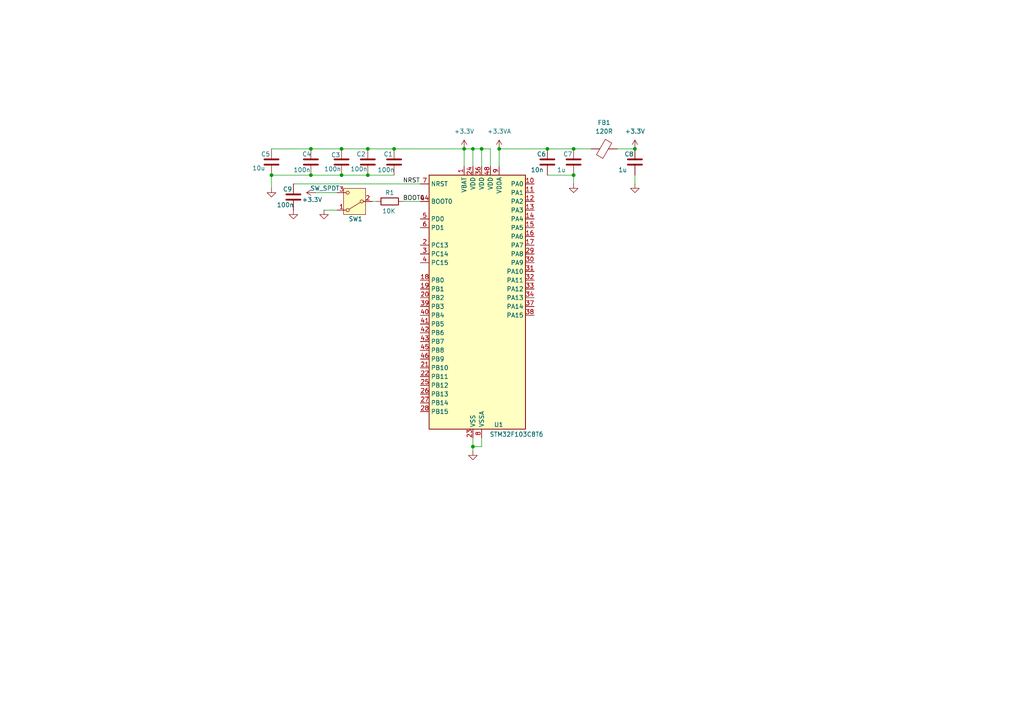
<source format=kicad_sch>
(kicad_sch (version 20231120) (generator "eeschema") (generator_version "8.0")
  (paper "A4")
  (lib_symbols
    (symbol "Device:C" (pin_numbers hide) (pin_names (offset 0.254))
      (property "Reference" "C" (at 0.635 2.54 0))
      (property "Value" "C" (at 0.635 -2.54 0))
      (symbol "C_0_1"
        (polyline (pts (xy -2.032 -0.762) (xy 2.032 -0.762)) (stroke (width 0.508)))
        (polyline (pts (xy -2.032 0.762) (xy 2.032 0.762)) (stroke (width 0.508)))
      )
      (symbol "C_1_1"
        (pin passive line (at 0 3.81 270) (length 2.794) (name "~") (number "1"))
        (pin passive line (at 0 -3.81 90) (length 2.794) (name "~") (number "2"))
      )
    )
    (symbol "Device:FerriteBead" (pin_numbers hide) (pin_names (offset 0))
      (property "Reference" "FB" (at -3.81 0.635 90))
      (property "Value" "FerriteBead" (at 3.81 0 90))
      (symbol "FerriteBead_0_1"
        (polyline (pts (xy 0 -1.27) (xy 0 -1.2192)))
        (polyline (pts (xy 0 1.27) (xy 0 1.2954)))
        (polyline (pts (xy -2.7686 0.4064) (xy -1.7018 2.2606) (xy 2.7686 -0.3048) (xy 1.6764 -2.159) (xy -2.7686 0.4064)))
      )
      (symbol "FerriteBead_1_1"
        (pin passive line (at 0 3.81 270) (length 2.54) (name "~") (number "1"))
        (pin passive line (at 0 -3.81 90) (length 2.54) (name "~") (number "2"))
      )
    )
    (symbol "Device:R" (pin_numbers hide) (pin_names (offset 0))
      (property "Reference" "R" (at 2.032 0 90))
      (property "Value" "R" (at 0 0 90))
      (symbol "R_0_1"
        (rectangle (start -1.016 -2.54) (end 1.016 2.54) (stroke (width 0.254)))
      )
      (symbol "R_1_1"
        (pin passive line (at 0 3.81 270) (length 1.27) (name "~") (number "1"))
        (pin passive line (at 0 -3.81 90) (length 1.27) (name "~") (number "2"))
      )
    )
    (symbol "MCU_ST_STM32F1:STM32F103C8Tx"
      (property "Reference" "U" (at -12.7 39.37 0))
      (property "Value" "STM32F103C8Tx" (at 10.16 39.37 0))
      (symbol "STM32F103C8Tx_0_1"
        (rectangle (start -12.7 -35.56) (end 15.24 38.1) (stroke (width 0.254)) (fill (type background)))
      )
      (symbol "STM32F103C8Tx_1_1"
        (pin power_in line (at -2.54 40.64 270) (length 2.54) (name "VBAT") (number "1"))
        (pin bidirectional line (at 17.78 35.56 180) (length 2.54) (name "PA0") (number "10"))
        (pin bidirectional line (at 17.78 33.02 180) (length 2.54) (name "PA1") (number "11"))
        (pin bidirectional line (at 17.78 30.48 180) (length 2.54) (name "PA2") (number "12"))
        (pin bidirectional line (at 17.78 27.94 180) (length 2.54) (name "PA3") (number "13"))
        (pin bidirectional line (at 17.78 25.4 180) (length 2.54) (name "PA4") (number "14"))
        (pin bidirectional line (at 17.78 22.86 180) (length 2.54) (name "PA5") (number "15"))
        (pin bidirectional line (at 17.78 20.32 180) (length 2.54) (name "PA6") (number "16"))
        (pin bidirectional line (at 17.78 17.78 180) (length 2.54) (name "PA7") (number "17"))
        (pin bidirectional line (at -15.24 7.62 0) (length 2.54) (name "PB0") (number "18"))
        (pin bidirectional line (at -15.24 5.08 0) (length 2.54) (name "PB1") (number "19"))
        (pin bidirectional line (at -15.24 17.78 0) (length 2.54) (name "PC13") (number "2"))
        (pin bidirectional line (at -15.24 2.54 0) (length 2.54) (name "PB2") (number "20"))
        (pin bidirectional line (at -15.24 -17.78 0) (length 2.54) (name "PB10") (number "21"))
        (pin bidirectional line (at -15.24 -20.32 0) (length 2.54) (name "PB11") (number "22"))
        (pin power_in line (at 0 -38.1 90) (length 2.54) (name "VSS") (number "23"))
        (pin power_in line (at 0 40.64 270) (length 2.54) (name "VDD") (number "24"))
        (pin bidirectional line (at -15.24 -22.86 0) (length 2.54) (name "PB12") (number "25"))
        (pin bidirectional line (at -15.24 -25.4 0) (length 2.54) (name "PB13") (number "26"))
        (pin bidirectional line (at -15.24 -27.94 0) (length 2.54) (name "PB14") (number "27"))
        (pin bidirectional line (at -15.24 -30.48 0) (length 2.54) (name "PB15") (number "28"))
        (pin bidirectional line (at 17.78 15.24 180) (length 2.54) (name "PA8") (number "29"))
        (pin bidirectional line (at -15.24 15.24 0) (length 2.54) (name "PC14") (number "3"))
        (pin bidirectional line (at 17.78 12.7 180) (length 2.54) (name "PA9") (number "30"))
        (pin bidirectional line (at 17.78 10.16 180) (length 2.54) (name "PA10") (number "31"))
        (pin bidirectional line (at 17.78 7.62 180) (length 2.54) (name "PA11") (number "32"))
        (pin bidirectional line (at 17.78 5.08 180) (length 2.54) (name "PA12") (number "33"))
        (pin bidirectional line (at 17.78 2.54 180) (length 2.54) (name "PA13") (number "34"))
        (pin passive line (at 0 -38.1 90) (length 2.54) hide (name "VSS") (number "35"))
        (pin power_in line (at 2.54 40.64 270) (length 2.54) (name "VDD") (number "36"))
        (pin bidirectional line (at 17.78 0 180) (length 2.54) (name "PA14") (number "37"))
        (pin bidirectional line (at 17.78 -2.54 180) (length 2.54) (name "PA15") (number "38"))
        (pin bidirectional line (at -15.24 0 0) (length 2.54) (name "PB3") (number "39"))
        (pin bidirectional line (at -15.24 12.7 0) (length 2.54) (name "PC15") (number "4"))
        (pin bidirectional line (at -15.24 -2.54 0) (length 2.54) (name "PB4") (number "40"))
        (pin bidirectional line (at -15.24 -5.08 0) (length 2.54) (name "PB5") (number "41"))
        (pin bidirectional line (at -15.24 -7.62 0) (length 2.54) (name "PB6") (number "42"))
        (pin bidirectional line (at -15.24 -10.16 0) (length 2.54) (name "PB7") (number "43"))
        (pin input line (at -15.24 30.48 0) (length 2.54) (name "BOOT0") (number "44"))
        (pin bidirectional line (at -15.24 -12.7 0) (length 2.54) (name "PB8") (number "45"))
        (pin bidirectional line (at -15.24 -15.24 0) (length 2.54) (name "PB9") (number "46"))
        (pin passive line (at 0 -38.1 90) (length 2.54) hide (name "VSS") (number "47"))
        (pin power_in line (at 5.08 40.64 270) (length 2.54) (name "VDD") (number "48"))
        (pin bidirectional line (at -15.24 25.4 0) (length 2.54) (name "PD0") (number "5"))
        (pin bidirectional line (at -15.24 22.86 0) (length 2.54) (name "PD1") (number "6"))
        (pin input line (at -15.24 35.56 0) (length 2.54) (name "NRST") (number "7"))
        (pin power_in line (at 2.54 -38.1 90) (length 2.54) (name "VSSA") (number "8"))
        (pin power_in line (at 7.62 40.64 270) (length 2.54) (name "VDDA") (number "9"))
      )
    )
    (symbol "Switch:SW_SPDT" (pin_names (offset 0) hide)
      (property "Reference" "SW" (at 0 5.08 0))
      (property "Value" "SW_SPDT" (at 0 -5.08 0))
      (symbol "SW_SPDT_0_1"
        (circle (center -2.032 0) (radius 0.4572))
        (polyline (pts (xy -1.651 0.254) (xy 1.651 2.286)))
        (circle (center 2.032 -2.54) (radius 0.4572))
        (circle (center 2.032 2.54) (radius 0.4572))
      )
      (symbol "SW_SPDT_1_1"
        (rectangle (start -3.175 3.81) (end 3.175 -3.81) (fill (type background)))
        (pin passive line (at 5.08 2.54 180) (length 2.54) (name "A") (number "1"))
        (pin passive line (at -5.08 0 0) (length 2.54) (name "B") (number "2"))
        (pin passive line (at 5.08 -2.54 180) (length 2.54) (name "C") (number "3"))
      )
    )
    (symbol "power:+3.3V" (power) (pin_numbers hide) (pin_names (offset 0) hide)
      (property "Value" "+3.3V" (at 0 3.556 0))
      (symbol "+3.3V_0_1"
        (polyline (pts (xy -0.762 1.27) (xy 0 2.54)))
        (polyline (pts (xy 0 0) (xy 0 2.54)))
        (polyline (pts (xy 0 2.54) (xy 0.762 1.27)))
      )
      (symbol "+3.3V_1_1"
        (pin power_in line (at 0 0 90) (length 0) (name "~") (number "1"))
      )
    )
    (symbol "power:+3.3VA" (power) (pin_numbers hide) (pin_names (offset 0) hide)
      (property "Value" "+3.3VA" (at 0 3.556 0))
      (symbol "+3.3VA_0_1"
        (polyline (pts (xy -0.762 1.27) (xy 0 2.54)))
        (polyline (pts (xy 0 0) (xy 0 2.54)))
        (polyline (pts (xy 0 2.54) (xy 0.762 1.27)))
      )
      (symbol "+3.3VA_1_1"
        (pin power_in line (at 0 0 90) (length 0) (name "~") (number "1"))
      )
    )
    (symbol "power:GND" (power) (pin_numbers hide) (pin_names (offset 0) hide)
      (property "Value" "GND" (at 0 -3.81 0))
      (symbol "GND_0_1"
        (polyline (pts (xy 0 0) (xy 0 -1.27) (xy 1.27 -1.27) (xy 0 -2.54) (xy -1.27 -1.27) (xy 0 -1.27)))
      )
      (symbol "GND_1_1"
        (pin power_in line (at 0 0 270) (length 0) (name "~") (number "1"))
      )
    )
  )
  (junction (at 134.62 43.18))
  (junction (at 106.68 43.18))
  (junction (at 137.16 43.18))
  (junction (at 139.7 43.18))
  (junction (at 90.17 50.8))
  (junction (at 114.3 43.18))
  (junction (at 90.17 43.18))
  (junction (at 166.37 50.8))
  (junction (at 99.06 50.8))
  (junction (at 99.06 43.18))
  (junction (at 78.74 50.8))
  (junction (at 158.75 43.18))
  (junction (at 137.16 129.54))
  (junction (at 144.78 43.18))
  (junction (at 106.68 50.8))
  (junction (at 184.15 43.18))
  (junction (at 166.37 43.18))
  (wire (pts (xy 99.06 50.8) (xy 106.68 50.8)))
  (wire (pts (xy 142.24 43.18) (xy 139.7 43.18)))
  (wire (pts (xy 106.68 50.8) (xy 114.3 50.8)))
  (wire (pts (xy 85.09 53.34) (xy 121.92 53.34)))
  (wire (pts (xy 90.17 50.8) (xy 99.06 50.8)))
  (wire (pts (xy 91.44 55.88) (xy 97.79 55.88)))
  (wire (pts (xy 109.22 58.42) (xy 107.95 58.42)))
  (wire (pts (xy 166.37 43.18) (xy 171.45 43.18)))
  (wire (pts (xy 137.16 43.18) (xy 137.16 48.26)))
  (wire (pts (xy 90.17 43.18) (xy 99.06 43.18)))
  (wire (pts (xy 116.84 58.42) (xy 121.92 58.42)))
  (wire (pts (xy 139.7 43.18) (xy 139.7 48.26)))
  (wire (pts (xy 158.75 50.8) (xy 166.37 50.8)))
  (wire (pts (xy 184.15 50.8) (xy 184.15 53.34)))
  (wire (pts (xy 137.16 43.18) (xy 134.62 43.18)))
  (wire (pts (xy 144.78 43.18) (xy 158.75 43.18)))
  (wire (pts (xy 139.7 43.18) (xy 137.16 43.18)))
  (wire (pts (xy 144.78 43.18) (xy 144.78 48.26)))
  (wire (pts (xy 114.3 43.18) (xy 134.62 43.18)))
  (wire (pts (xy 158.75 43.18) (xy 166.37 43.18)))
  (wire (pts (xy 97.79 60.96) (xy 93.98 60.96)))
  (wire (pts (xy 99.06 43.18) (xy 106.68 43.18)))
  (wire (pts (xy 78.74 50.8) (xy 78.74 54.61)))
  (wire (pts (xy 137.16 129.54) (xy 137.16 130.81)))
  (wire (pts (xy 134.62 43.18) (xy 134.62 48.26)))
  (wire (pts (xy 139.7 127) (xy 139.7 129.54)))
  (wire (pts (xy 139.7 129.54) (xy 137.16 129.54)))
  (wire (pts (xy 137.16 127) (xy 137.16 129.54)))
  (wire (pts (xy 106.68 43.18) (xy 114.3 43.18)))
  (wire (pts (xy 78.74 43.18) (xy 90.17 43.18)))
  (wire (pts (xy 179.07 43.18) (xy 184.15 43.18)))
  (wire (pts (xy 78.74 50.8) (xy 90.17 50.8)))
  (wire (pts (xy 142.24 48.26) (xy 142.24 43.18)))
  (wire (pts (xy 166.37 50.8) (xy 166.37 53.34)))
  (label "BOOT0" (at 116.84 58.42 0))
  (label "NRST" (at 116.84 53.34 0))
  (symbol (lib_id "power:+3.3VA") (at 144.78 43.18 0) (unit 1)
    (property "Reference" "#PWR04" (effects (hide yes)))
    (property "Value" "+3.3VA" (at 144.78 38.1 0))
    (property "Description" "Power symbol creates a global label with name \"+3.3VA\"" (effects (hide yes)))
  )
  (symbol (lib_id "power:+3.3V") (at 134.62 43.18 0) (unit 1)
    (property "Reference" "#PWR02" (effects (hide yes)))
    (property "Value" "+3.3V" (at 134.62 38.1 0))
    (property "Description" "Power symbol creates a global label with name \"+3.3V\"" (effects (hide yes)))
  )
  (symbol (lib_id "Device:C") (at 99.06 46.99 0) (unit 1)
    (property "Reference" "C3" (at 96.012 44.958 0) (effects (justify left)))
    (property "Value" "100n" (at 93.98 49.022 0) (effects (justify left)))
    (property "Description" "Unpolarized capacitor" (effects (hide yes)))
  )
  (symbol (lib_id "Device:C") (at 78.74 46.99 0) (unit 1)
    (property "Reference" "C5" (at 75.692 44.704 0) (effects (justify left)))
    (property "Value" "10u" (at 73.152 48.768 0) (effects (justify left)))
    (property "Description" "Unpolarized capacitor" (effects (hide yes)))
  )
  (symbol (lib_id "Device:FerriteBead") (at 175.26 43.18 90) (unit 1)
    (property "Reference" "FB1" (at 175.2092 35.56 90))
    (property "Value" "120R" (at 175.2092 38.1 90))
    (property "Description" "Ferrite bead" (effects (hide yes)))
  )
  (symbol (lib_id "power:GND") (at 85.09 60.96 0) (unit 1)
    (property "Reference" "#PWR08" (effects (hide yes)))
    (property "Value" "GND" (effects (hide yes)))
    (property "Description" "Power symbol creates a global label with name \"GND\" , ground" (effects (hide yes)))
  )
  (symbol (lib_id "MCU_ST_STM32F1:STM32F103C8Tx") (at 137.16 88.9 0) (unit 1)
    (property "Reference" "U1" (at 143.256 123.19 0) (effects (justify left)))
    (property "Value" "STM32F103C8T6" (at 141.986 125.984 0) (effects (justify left)))
    (property "Footprint" "Package_QFP:LQFP-48_7x7mm_P0.5mm" (effects (hide yes)))
    (property "Datasheet" "https://www.st.com/resource/en/datasheet/stm32f103c8.pdf" (effects (hide yes)))
    (property "Description" "STMicroelectronics Arm Cortex-M3 MCU, 64KB flash, 20KB RAM, 72 MHz, 2.0-3.6V, 37 GPIO, LQFP48" (effects (hide yes)))
  )
  (symbol (lib_id "Device:C") (at 166.37 46.99 0) (unit 1)
    (property "Reference" "C7" (at 163.322 44.704 0) (effects (justify left)))
    (property "Value" "1u" (at 161.544 49.276 0) (effects (justify left)))
    (property "Description" "Unpolarized capacitor" (effects (hide yes)))
  )
  (symbol (lib_id "power:+3.3V") (at 184.15 43.18 0) (unit 1)
    (property "Reference" "#PWR06" (effects (hide yes)))
    (property "Value" "+3.3V" (at 184.15 38.1 0))
    (property "Description" "Power symbol creates a global label with name \"+3.3V\"" (effects (hide yes)))
  )
  (symbol (lib_id "Device:R") (at 113.03 58.42 90) (unit 1)
    (property "Reference" "R1" (at 113.03 55.88 90))
    (property "Value" "10K" (at 112.776 61.214 90))
    (property "Description" "Resistor" (effects (hide yes)))
  )
  (symbol (lib_id "Device:C") (at 114.3 46.99 0) (unit 1)
    (property "Reference" "C1" (at 111.252 44.704 0) (effects (justify left)))
    (property "Value" "100n" (at 109.474 49.276 0) (effects (justify left)))
    (property "Description" "Unpolarized capacitor" (effects (hide yes)))
  )
  (symbol (lib_id "Switch:SW_SPDT") (at 102.87 58.42 180) (unit 1)
    (property "Reference" "SW1" (at 103.124 63.5 0))
    (property "Value" "SW_SPDT" (at 94.234 54.61 0))
    (property "Description" "Switch, single pole double throw" (effects (hide yes)))
  )
  (symbol (lib_id "power:GND") (at 184.15 53.34 0) (unit 1)
    (property "Reference" "#PWR05" (effects (hide yes)))
    (property "Value" "GND" (effects (hide yes)))
    (property "Description" "Power symbol creates a global label with name \"GND\" , ground" (effects (hide yes)))
  )
  (symbol (lib_id "power:+3.3V") (at 91.44 55.88 90) (unit 1)
    (property "Reference" "#PWR010" (effects (hide yes)))
    (property "Value" "+3.3V" (at 93.472 57.912 90) (effects (justify left)))
    (property "Description" "Power symbol creates a global label with name \"+3.3V\"" (effects (hide yes)))
  )
  (symbol (lib_id "power:GND") (at 93.98 60.96 0) (unit 1)
    (property "Reference" "#PWR09" (effects (hide yes)))
    (property "Value" "GND" (effects (hide yes)))
    (property "Description" "Power symbol creates a global label with name \"GND\" , ground" (effects (hide yes)))
  )
  (symbol (lib_id "power:GND") (at 137.16 130.81 0) (unit 1)
    (property "Reference" "#PWR01" (effects (hide yes)))
    (property "Value" "GND" (effects (hide yes)))
    (property "Description" "Power symbol creates a global label with name \"GND\" , ground" (effects (hide yes)))
  )
  (symbol (lib_id "Device:C") (at 184.15 46.99 0) (unit 1)
    (property "Reference" "C8" (at 181.102 44.704 0) (effects (justify left)))
    (property "Value" "1u" (at 179.324 49.276 0) (effects (justify left)))
    (property "Description" "Unpolarized capacitor" (effects (hide yes)))
  )
  (symbol (lib_id "Device:C") (at 85.09 57.15 0) (unit 1)
    (property "Reference" "C9" (at 82.042 54.864 0) (effects (justify left)))
    (property "Value" "100n" (at 80.264 59.436 0) (effects (justify left)))
    (property "Description" "Unpolarized capacitor" (effects (hide yes)))
  )
  (symbol (lib_id "power:GND") (at 78.74 54.61 0) (unit 1)
    (property "Reference" "#PWR03" (effects (hide yes)))
    (property "Value" "GND" (effects (hide yes)))
    (property "Description" "Power symbol creates a global label with name \"GND\" , ground" (effects (hide yes)))
  )
  (symbol (lib_id "Device:C") (at 106.68 46.99 0) (unit 1)
    (property "Reference" "C2" (at 103.378 44.704 0) (effects (justify left)))
    (property "Value" "100n" (at 101.6 49.022 0) (effects (justify left)))
    (property "Description" "Unpolarized capacitor" (effects (hide yes)))
  )
  (symbol (lib_id "Device:C") (at 90.17 46.99 0) (unit 1)
    (property "Reference" "C4" (at 87.63 44.704 0) (effects (justify left)))
    (property "Value" "100n" (at 85.09 49.276 0) (effects (justify left)))
    (property "Description" "Unpolarized capacitor" (effects (hide yes)))
  )
  (symbol (lib_id "power:GND") (at 166.37 53.34 0) (unit 1)
    (property "Reference" "#PWR07" (effects (hide yes)))
    (property "Value" "GND" (effects (hide yes)))
    (property "Description" "Power symbol creates a global label with name \"GND\" , ground" (effects (hide yes)))
  )
  (symbol (lib_id "Device:C") (at 158.75 46.99 0) (unit 1)
    (property "Reference" "C6" (at 155.702 44.704 0) (effects (justify left)))
    (property "Value" "10n" (at 153.924 49.276 0) (effects (justify left)))
    (property "Description" "Unpolarized capacitor" (effects (hide yes)))
  )
)
</source>
